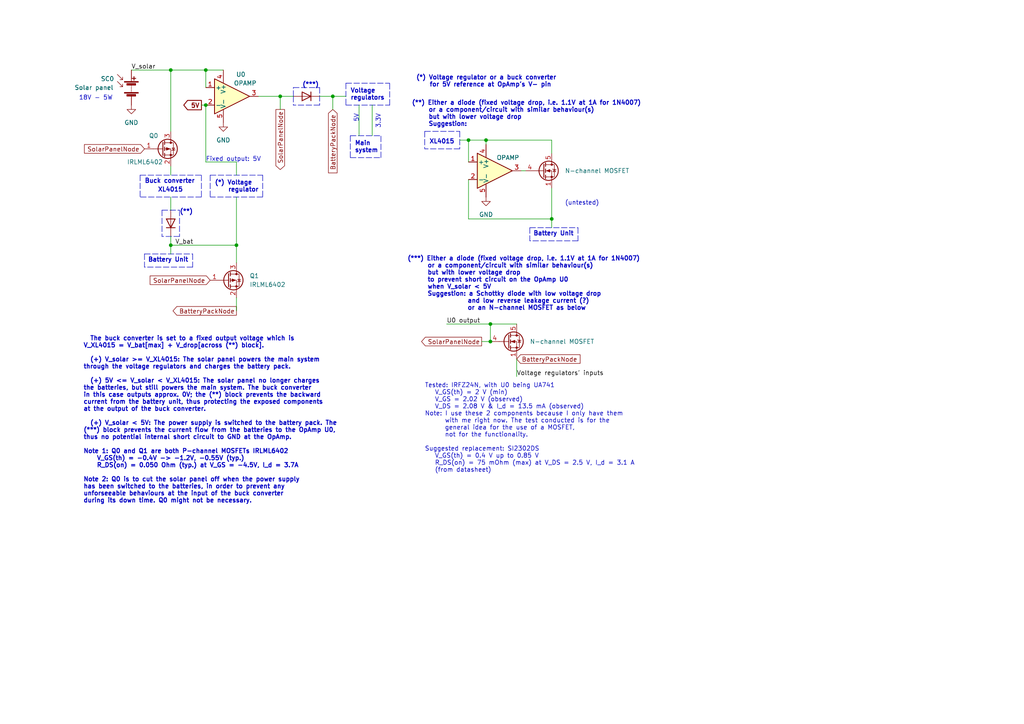
<source format=kicad_sch>
(kicad_sch (version 20211123) (generator eeschema)
  (paper "A4")
  (lib_symbols
    (symbol "Device:Solar_Cells" (pin_numbers hide) (pin_names (offset 0) hide)
      (property "Reference" "SC" (at 2.54 2.54 0))
      (property "Value" "Solar_Cells" (at 2.54 0 0))
      (symbol "Solar_Cells_0_1"
        (rectangle (start -2.032 -1.397) (end 2.032 -1.651) (fill (type outline)))
        (rectangle (start -2.032 1.778) (end 2.032 1.524) (fill (type outline)))
        (rectangle (start -1.3208 -1.9812) (end 1.27 -2.4892) (fill (type outline)))
        (rectangle (start -1.3208 1.1938) (end 1.27 0.6858) (fill (type outline)))
        (polyline (pts (xy -2.54 0.254) (xy -4.064 1.778)))
        (polyline (pts (xy -2.54 2.286) (xy -4.064 3.81)))
        (polyline (pts (xy 0 -1.524) (xy 0 -1.27)))
        (polyline (pts (xy 0 -1.016) (xy 0 -0.762)))
        (polyline (pts (xy 0 -0.508) (xy 0 -0.254)))
        (polyline (pts (xy 0 0) (xy 0 0.254)))
        (polyline (pts (xy 0 0.508) (xy 0 0.762)))
        (polyline (pts (xy 0 1.778) (xy 0 2.54)))
        (polyline (pts (xy 0.254 2.667) (xy 1.27 2.667)) (stroke (width 0.254)))
        (polyline (pts (xy 0.762 3.175) (xy 0.762 2.159)) (stroke (width 0.254)))
        (polyline (pts (xy -2.54 1.016) (xy -2.54 0.254) (xy -3.302 0.254)))
        (polyline (pts (xy -2.54 3.048) (xy -2.54 2.286) (xy -3.302 2.286)))
      )
      (symbol "Solar_Cells_1_1"
        (pin passive line (at 0 5.08 270) (length 2.54) (name "+") (number "1"))
        (pin passive line (at 0 -5.08 90) (length 2.54) (name "-") (number "2"))
      )
    )
    (symbol "Simulation_SPICE:DIODE" (pin_numbers hide) (pin_names (offset 1.016) hide)
      (property "Reference" "D" (at 0 2.54 0))
      (property "Value" "DIODE" (at 0 -2.54 0))
      (symbol "DIODE_0_1"
        (polyline (pts (xy 1.27 0) (xy -1.27 0)))
        (polyline (pts (xy 1.27 1.27) (xy 1.27 -1.27)) (stroke (width 0.254)))
        (polyline (pts (xy -1.27 -1.27) (xy -1.27 1.27) (xy 1.27 0) (xy -1.27 -1.27)) (stroke (width 0.254)))
      )
      (symbol "DIODE_1_1"
        (pin passive line (at -3.81 0 0) (length 2.54) (name "A") (number "1"))
        (pin passive line (at 3.81 0 180) (length 2.54) (name "K") (number "2"))
      )
    )
    (symbol "Transistor_FET:BUK7M6R3-40EX" (pin_names hide)
      (property "Reference" "Q" (at 5.08 1.905 0))
      (property "Value" "BUK7M6R3-40EX" (at 5.08 0 0))
      (symbol "BUK7M6R3-40EX_0_1"
        (polyline (pts (xy 0.254 0) (xy -2.54 0)))
        (polyline (pts (xy 0.254 1.905) (xy 0.254 -1.905)) (stroke (width 0.254)))
        (polyline (pts (xy 0.762 -1.27) (xy 0.762 -2.286)) (stroke (width 0.254)))
        (polyline (pts (xy 0.762 0.508) (xy 0.762 -0.508)) (stroke (width 0.254)))
        (polyline (pts (xy 0.762 2.286) (xy 0.762 1.27)) (stroke (width 0.254)))
        (polyline (pts (xy 2.54 2.54) (xy 2.54 1.778)))
        (polyline (pts (xy 2.54 -2.54) (xy 2.54 0) (xy 0.762 0)))
        (polyline (pts (xy 0.762 -1.778) (xy 3.302 -1.778) (xy 3.302 1.778) (xy 0.762 1.778)))
        (polyline (pts (xy 1.016 0) (xy 2.032 0.381) (xy 2.032 -0.381) (xy 1.016 0)) (fill (type outline)))
        (polyline (pts (xy 2.794 0.508) (xy 2.921 0.381) (xy 3.683 0.381) (xy 3.81 0.254)))
        (polyline (pts (xy 3.302 0.381) (xy 2.921 -0.254) (xy 3.683 -0.254) (xy 3.302 0.381)))
        (circle (center 1.651 0) (radius 2.794) (stroke (width 0.254)))
        (circle (center 2.54 -1.778) (radius 0.254) (fill (type outline)))
        (circle (center 2.54 1.778) (radius 0.254) (fill (type outline)))
      )
      (symbol "BUK7M6R3-40EX_1_1"
        (pin passive line (at 2.54 -5.08 90) (length 2.54) (name "S") (number "1"))
        (pin passive line (at 2.54 -5.08 90) (length 2.54) hide (name "S") (number "2"))
        (pin passive line (at 2.54 -5.08 90) (length 2.54) hide (name "S") (number "3"))
        (pin passive line (at -5.08 0 0) (length 2.54) (name "G") (number "4"))
        (pin passive line (at 2.54 5.08 270) (length 2.54) (name "D") (number "5"))
      )
    )
    (symbol "Transistor_FET:IRLML6402" (pin_names hide)
      (property "Reference" "Q" (at 5.08 1.905 0))
      (property "Value" "IRLML6402" (at 5.08 0 0))
      (symbol "IRLML6402_0_1"
        (polyline (pts (xy 0.254 0) (xy -2.54 0)))
        (polyline (pts (xy 0.254 1.905) (xy 0.254 -1.905)) (stroke (width 0.254)))
        (polyline (pts (xy 0.762 -1.27) (xy 0.762 -2.286)) (stroke (width 0.254)))
        (polyline (pts (xy 0.762 0.508) (xy 0.762 -0.508)) (stroke (width 0.254)))
        (polyline (pts (xy 0.762 2.286) (xy 0.762 1.27)) (stroke (width 0.254)))
        (polyline (pts (xy 2.54 2.54) (xy 2.54 1.778)))
        (polyline (pts (xy 2.54 -2.54) (xy 2.54 0) (xy 0.762 0)))
        (polyline (pts (xy 0.762 1.778) (xy 3.302 1.778) (xy 3.302 -1.778) (xy 0.762 -1.778)))
        (polyline (pts (xy 2.286 0) (xy 1.27 0.381) (xy 1.27 -0.381) (xy 2.286 0)) (fill (type outline)))
        (polyline (pts (xy 2.794 -0.508) (xy 2.921 -0.381) (xy 3.683 -0.381) (xy 3.81 -0.254)))
        (polyline (pts (xy 3.302 -0.381) (xy 2.921 0.254) (xy 3.683 0.254) (xy 3.302 -0.381)))
        (circle (center 1.651 0) (radius 2.794) (stroke (width 0.254)))
        (circle (center 2.54 -1.778) (radius 0.254) (fill (type outline)))
        (circle (center 2.54 1.778) (radius 0.254) (fill (type outline)))
      )
      (symbol "IRLML6402_1_1"
        (pin input line (at -5.08 0 0) (length 2.54) (name "G") (number "1"))
        (pin passive line (at 2.54 -5.08 90) (length 2.54) (name "S") (number "2"))
        (pin passive line (at 2.54 5.08 270) (length 2.54) (name "D") (number "3"))
      )
    )
    (symbol "power:GND" (power) (pin_names (offset 0))
      (property "Value" "GND" (at 0 -3.81 0))
      (symbol "GND_0_1"
        (polyline (pts (xy 0 0) (xy 0 -1.27) (xy 1.27 -1.27) (xy 0 -2.54) (xy -1.27 -1.27) (xy 0 -1.27)))
      )
      (symbol "GND_1_1"
        (pin power_in line (at 0 0 270) (length 0) hide (name "GND") (number "1"))
      )
    )
    (symbol "pspice:OPAMP" (pin_names (offset 0.254))
      (property "Reference" "U" (at 3.81 3.175 0))
      (property "Value" "OPAMP" (at 3.81 -3.175 0))
      (symbol "OPAMP_0_1"
        (polyline (pts (xy 5.08 0) (xy -5.08 5.08) (xy -5.08 -5.08) (xy 5.08 0)) (stroke (width 0.254)) (fill (type background)))
      )
      (symbol "OPAMP_1_1"
        (pin input line (at -7.62 2.54 0) (length 2.54) (name "+") (number "1"))
        (pin input line (at -7.62 -2.54 0) (length 2.54) (name "-") (number "2"))
        (pin output line (at 7.62 0 180) (length 2.54) (name "~") (number "3"))
        (pin power_in line (at -2.54 7.62 270) (length 3.81) (name "V+") (number "4"))
        (pin power_in line (at -2.54 -7.62 90) (length 3.81) (name "V-") (number "5"))
      )
    )
  )
  (junction (at 135.89 40.64))
  (junction (at 68.58 71.12))
  (junction (at 59.69 30.48))
  (junction (at 142.24 99.06))
  (junction (at 81.28 27.94))
  (junction (at 49.53 71.12))
  (junction (at 59.69 20.32))
  (junction (at 96.52 27.94))
  (junction (at 140.97 40.64))
  (junction (at 49.53 20.32))
  (junction (at 142.24 93.98))
  (junction (at 160.02 63.5))
  (wire (pts (xy 81.28 27.94) (xy 81.28 31.75)))
  (polyline (pts (xy 40.64 50.8) (xy 58.42 50.8)))
  (polyline (pts (xy 101.6 39.37) (xy 101.6 45.72)))
  (wire (pts (xy 149.86 104.14) (xy 149.86 109.22)))
  (wire (pts (xy 92.71 27.94) (xy 96.52 27.94)))
  (wire (pts (xy 135.89 40.64) (xy 135.89 46.99)))
  (wire (pts (xy 142.24 99.06) (xy 142.24 93.98)))
  (polyline (pts (xy 55.88 73.66) (xy 55.88 77.47)))
  (wire (pts (xy 133.35 40.64) (xy 135.89 40.64)))
  (wire (pts (xy 49.53 48.26) (xy 49.53 50.8)))
  (polyline (pts (xy 153.67 66.04) (xy 167.64 66.04)))
  (wire (pts (xy 135.89 40.64) (xy 140.97 40.64)))
  (wire (pts (xy 68.58 71.12) (xy 68.58 76.2)))
  (wire (pts (xy 104.14 30.48) (xy 104.14 39.37)))
  (wire (pts (xy 59.69 20.32) (xy 64.77 20.32)))
  (polyline (pts (xy 123.19 38.1) (xy 133.35 38.1)))
  (polyline (pts (xy 85.09 27.94) (xy 85.09 25.4)))
  (wire (pts (xy 59.69 46.99) (xy 68.58 46.99)))
  (polyline (pts (xy 60.96 50.8) (xy 76.2 50.8)))
  (wire (pts (xy 135.89 52.07) (xy 135.89 63.5)))
  (polyline (pts (xy 55.88 77.47) (xy 41.91 77.47)))
  (wire (pts (xy 74.93 27.94) (xy 81.28 27.94)))
  (wire (pts (xy 151.13 49.53) (xy 152.4 49.53)))
  (wire (pts (xy 59.69 30.48) (xy 59.69 46.99)))
  (polyline (pts (xy 110.49 45.72) (xy 110.49 39.37)))
  (polyline (pts (xy 100.33 30.48) (xy 113.03 30.48)))
  (polyline (pts (xy 85.09 25.4) (xy 92.71 25.4)))
  (polyline (pts (xy 92.71 30.48) (xy 85.09 30.48)))
  (wire (pts (xy 59.69 20.32) (xy 59.69 25.4)))
  (wire (pts (xy 107.95 30.48) (xy 107.95 39.37)))
  (polyline (pts (xy 113.03 30.48) (xy 113.03 24.13)))
  (wire (pts (xy 49.53 71.12) (xy 49.53 73.66)))
  (wire (pts (xy 96.52 27.94) (xy 96.52 31.75)))
  (polyline (pts (xy 60.96 50.8) (xy 60.96 57.15)))
  (wire (pts (xy 38.1 20.32) (xy 49.53 20.32)))
  (polyline (pts (xy 167.64 69.85) (xy 153.67 69.85)))
  (polyline (pts (xy 167.64 66.04) (xy 167.64 69.85)))
  (wire (pts (xy 68.58 57.15) (xy 68.58 71.12)))
  (polyline (pts (xy 101.6 45.72) (xy 110.49 45.72)))
  (wire (pts (xy 49.53 71.12) (xy 68.58 71.12)))
  (wire (pts (xy 140.97 41.91) (xy 140.97 40.64)))
  (wire (pts (xy 160.02 40.64) (xy 160.02 44.45)))
  (polyline (pts (xy 100.33 24.13) (xy 100.33 30.48)))
  (wire (pts (xy 49.53 20.32) (xy 59.69 20.32)))
  (wire (pts (xy 160.02 63.5) (xy 160.02 66.04)))
  (wire (pts (xy 129.54 93.98) (xy 142.24 93.98)))
  (polyline (pts (xy 101.6 39.37) (xy 110.49 39.37)))
  (polyline (pts (xy 52.07 68.58) (xy 46.99 68.58)))
  (polyline (pts (xy 58.42 57.15) (xy 40.64 57.15)))
  (wire (pts (xy 49.53 68.58) (xy 49.53 71.12)))
  (wire (pts (xy 140.97 40.64) (xy 160.02 40.64)))
  (wire (pts (xy 96.52 27.94) (xy 100.33 27.94)))
  (wire (pts (xy 160.02 54.61) (xy 160.02 63.5)))
  (polyline (pts (xy 85.09 27.94) (xy 85.09 30.48)))
  (wire (pts (xy 49.53 57.15) (xy 49.53 60.96)))
  (polyline (pts (xy 46.99 60.96) (xy 46.99 68.58)))
  (polyline (pts (xy 123.19 38.1) (xy 123.19 43.18)))
  (wire (pts (xy 135.89 63.5) (xy 160.02 63.5)))
  (wire (pts (xy 142.24 93.98) (xy 149.86 93.98)))
  (polyline (pts (xy 41.91 73.66) (xy 41.91 77.47)))
  (polyline (pts (xy 92.71 25.4) (xy 92.71 30.48)))
  (wire (pts (xy 139.7 99.06) (xy 142.24 99.06)))
  (polyline (pts (xy 76.2 50.8) (xy 76.2 57.15)))
  (polyline (pts (xy 52.07 60.96) (xy 52.07 68.58)))
  (wire (pts (xy 49.53 20.32) (xy 49.53 38.1)))
  (polyline (pts (xy 153.67 66.04) (xy 153.67 69.85)))
  (wire (pts (xy 81.28 27.94) (xy 85.09 27.94)))
  (wire (pts (xy 58.42 30.48) (xy 59.69 30.48)))
  (polyline (pts (xy 100.33 24.13) (xy 113.03 24.13)))
  (wire (pts (xy 68.58 46.99) (xy 68.58 50.8)))
  (polyline (pts (xy 133.35 38.1) (xy 133.35 43.18)))
  (polyline (pts (xy 133.35 43.18) (xy 123.19 43.18)))
  (polyline (pts (xy 76.2 57.15) (xy 60.96 57.15)))
  (wire (pts (xy 68.58 90.17) (xy 68.58 86.36)))
  (polyline (pts (xy 40.64 50.8) (xy 40.64 57.15)))
  (polyline (pts (xy 41.91 73.66) (xy 55.88 73.66)))
  (polyline (pts (xy 46.99 60.96) (xy 52.07 60.96)))
  (polyline (pts (xy 58.42 50.8) (xy 58.42 57.15)))
  (text " Battery Unit" (at 41.91 76.2 0) (effects (font (size 1.27 1.27) (thickness 0.254) bold) (justify left bottom)))
  (text "Fixed output: 5V" (at 59.69 46.99 0) (effects (font (size 1.27 1.27)) (justify left bottom)))
  (text "(untested)" (at 163.83 59.69 0) (effects (font (size 1.27 1.27)) (justify left bottom)))
  (text "(**) Either a diode (fixed voltage drop, i.e. 1.1V at 1A for 1N4007)\n     or a component/circuit with similar behaviour(s)\n     but with lower voltage drop\n     Suggestion:" (at 119.38 36.83 0) (effects (font (size 1.27 1.27) (thickness 0.254) bold) (justify left bottom)))
  (text "18V - 5W" (at 22.86 29.21 0) (effects (font (size 1.27 1.27)) (justify left bottom)))
  (text "XL4015" (at 45.72 55.88 0) (effects (font (size 1.27 1.27) (thickness 0.254) bold) (justify left bottom)))
  (text "(***)" (at 87.63 25.4 0) (effects (font (size 1.27 1.27) (thickness 0.254) bold) (justify left bottom)))
  (text "3.3V" (at 110.49 33.02 270) (effects (font (size 1.27 1.27)) (justify right bottom)))
  (text "5V" (at 104.14 33.02 270) (effects (font (size 1.27 1.27)) (justify right bottom)))
  (text "Voltage\nregulators" (at 101.6 29.21 0) (effects (font (size 1.27 1.27) (thickness 0.254) bold) (justify left bottom)))
  (text "  The buck converter is set to a fixed output voltage which is\nV_XL4015 = V_bat[max] + V_drop[across (**) block]. \n\n  (+) V_solar >= V_XL4015: The solar panel powers the main system\nthrough the voltage regulators and charges the battery pack.\n\n  (+) 5V <= V_solar < V_XL4015: The solar panel no longer charges\nthe batteries, but still powers the main system. The buck converter\nin this case outputs approx. 0V; the (**) block prevents the backward\ncurrent from the battery unit, thus protecting the exposed components\nat the output of the buck converter.\n\n  (+) V_solar < 5V: The power supply is switched to the battery pack. The\n(***) block prevents the current flow from the batteries to the OpAmp U0,\nthus no potential internal short circuit to GND at the OpAmp.\n\nNote 1: Q0 and Q1 are both P-channel MOSFETs IRLML6402\n    V_GS(th) = -0.4V -> -1.2V, -0.55V (typ.)\n    R_DS(on) = 0.050 Ohm (typ.) at V_GS = -4.5V, I_d = 3.7A\n\nNote 2: Q0 is to cut the solar panel off when the power supply \nhas been switched to the batteries, in order to prevent any \nunforseeable behaviours at the input of the buck converter\nduring its down time. Q0 might not be necessary." (at 24.13 146.05 0) (effects (font (size 1.27 1.27) (thickness 0.254) bold) (justify left bottom)))
  (text " Battery Unit" (at 153.67 68.58 0) (effects (font (size 1.27 1.27) (thickness 0.254) bold) (justify left bottom)))
  (text "Tested: IRFZ24N, with U0 being UA741\n   V_GS(th) = 2 V (min)\n   V_GS = 2.02 V (observed)\n   V_DS = 2.08 V & I_d = 13.5 mA (observed)\nNote: I use these 2 components because I only have them\n      with me right now. The test conducted is for the\n      general idea for the use of a MOSFET, \n      not for the functionality.\n\nSuggested replacement: SI2302DS\n   V_GS(th) = 0.4 V up to 0.85 V\n   R_DS(on) = 75 mOhm (max) at V_DS = 2.5 V, I_d = 3.1 A\n   (from datasheet)\n" (at 123.19 137.16 0) (effects (font (size 1.27 1.27)) (justify left bottom)))
  (text "Main \nsystem" (at 102.87 44.45 0) (effects (font (size 1.27 1.27) (thickness 0.254) bold) (justify left bottom)))
  (text "(**)" (at 52.07 62.23 0) (effects (font (size 1.27 1.27) (thickness 0.254) bold) (justify left bottom)))
  (text "(*) Voltage\n    regulator" (at 62.23 55.88 0) (effects (font (size 1.27 1.27) (thickness 0.254) bold) (justify left bottom)))
  (text "(***) Either a diode (fixed voltage drop, i.e. 1.1V at 1A for 1N4007)\n      or a component/circuit with similar behaviour(s)\n      but with lower voltage drop\n      to prevent short circuit on the OpAmp U0\n      when V_solar < 5V\n      Suggestion: a Schottky diode with low voltage drop\n                  and low reverse leakage current (?) \n                  or an N-channel MOSFET as below" (at 118.11 90.17 0) (effects (font (size 1.27 1.27) (thickness 0.254) bold) (justify left bottom)))
  (text "Buck converter" (at 41.91 53.34 0) (effects (font (size 1.27 1.27) (thickness 0.254) bold) (justify left bottom)))
  (text "(*) Voltage regulator or a buck converter \n    for 5V reference at OpAmp's V- pin" (at 120.65 25.4 0) (effects (font (size 1.27 1.27) (thickness 0.254) bold) (justify left bottom)))
  (text "XL4015" (at 124.46 41.91 0) (effects (font (size 1.27 1.27) (thickness 0.254) bold) (justify left bottom)))
  (label "Voltage regulators' inputs" (at 149.86 109.22 0))
  (label "V_solar" (at 38.1 20.32 0))
  (label "U0 output" (at 129.54 93.98 0))
  (label "V_bat" (at 50.8 71.12 0))
  (global_label "BatteryPackNode" (shape output) (at 68.58 90.17 180) (property "Intersheet References" "${INTERSHEET_REFS}" (effects hide)))
  (global_label "SolarPanelNode" (shape output) (at 81.28 31.75 270) (property "Intersheet References" "${INTERSHEET_REFS}" (effects hide)))
  (global_label "SolarPanelNode" (shape input) (at 41.91 43.18 180) (property "Intersheet References" "${INTERSHEET_REFS}" (effects hide)))
  (global_label "BatteryPackNode" (shape input) (at 96.52 31.75 270) (property "Intersheet References" "${INTERSHEET_REFS}" (effects hide)))
  (global_label "SolarPanelNode" (shape output) (at 139.7 99.06 180) (property "Intersheet References" "${INTERSHEET_REFS}" (effects hide)))
  (global_label "BatteryPackNode" (shape input) (at 149.86 104.14 0) (property "Intersheet References" "${INTERSHEET_REFS}" (effects hide)))
  (global_label "5V" (shape output) (at 58.42 30.48 180) (effects (font bold)) (property "Intersheet References" "${INTERSHEET_REFS}" (effects hide)))
  (global_label "SolarPanelNode" (shape input) (at 60.96 81.28 180) (property "Intersheet References" "${INTERSHEET_REFS}" (effects hide)))
  (symbol (lib_id "power:GND") (at 140.97 57.15 0) (unit 1)
    (property "Reference" "#PWR?" (effects hide))
    (property "Value" "GND" (at 140.97 62.23 0))
  )
  (symbol (lib_id "power:GND") (at 38.1 30.48 0) (unit 1)
    (property "Reference" "#PWR?" (effects hide))
    (property "Value" "GND" (at 38.1 35.56 0))
  )
  (symbol (lib_id "pspice:OPAMP") (at 67.31 27.94 0) (unit 1)
    (property "Reference" "U0" (at 69.85 21.59 0))
    (property "Value" "OPAMP" (at 71.12 24.13 0))
  )
  (symbol (lib_id "Transistor_FET:IRLML6402") (at 66.04 81.28 0) (unit 1)
    (property "Reference" "Q1" (at 72.39 80.0099 0) (effects (justify left)))
    (property "Value" "IRLML6402" (at 72.39 82.5499 0) (effects (justify left)))
    (property "Footprint" "Package_TO_SOT_SMD:SOT-23" (effects hide))
    (property "Datasheet" "https://www.infineon.com/dgdl/irlml6402pbf.pdf?fileId=5546d462533600a401535668d5c2263c" (effects hide))
  )
  (symbol (lib_id "Transistor_FET:IRLML6402") (at 46.99 43.18 0) (unit 1)
    (property "Reference" "Q0" (at 43.18 39.37 0) (effects (justify left)))
    (property "Value" "IRLML6402" (at 36.83 46.99 0) (effects (justify left)))
    (property "Footprint" "Package_TO_SOT_SMD:SOT-23" (effects hide))
    (property "Datasheet" "https://www.infineon.com/dgdl/irlml6402pbf.pdf?fileId=5546d462533600a401535668d5c2263c" (effects hide))
  )
  (symbol (lib_id "Transistor_FET:BUK7M6R3-40EX") (at 147.32 99.06 0) (unit 1)
    (property "Reference" "Q?" (effects hide))
    (property "Value" "N-channel MOSFET" (at 153.67 99.0599 0) (effects (justify left)))
    (property "Footprint" "Package_TO_SOT_SMD:LFPAK33" (effects hide))
    (property "Datasheet" "https://assets.nexperia.com/documents/data-sheet/BUK7M6R3-40E.pdf" (effects hide))
  )
  (symbol (lib_id "pspice:OPAMP") (at 143.51 49.53 0) (unit 1)
    (property "Reference" "U?" (effects hide))
    (property "Value" "OPAMP" (at 147.32 45.72 0))
  )
  (symbol (lib_id "Device:Solar_Cells") (at 38.1 25.4 0) (unit 1)
    (property "Reference" "SC0" (at 29.21 22.86 0) (effects (justify left)))
    (property "Value" "Solar panel" (at 21.59 25.4 0) (effects (justify left)))
  )
  (symbol (lib_id "Simulation_SPICE:DIODE") (at 49.53 64.77 270) (unit 1)
    (property "Reference" "D?" (effects hide))
    (property "Value" "DIODE" (effects hide))
    (property "Spice_Netlist_Enabled" "Y" (effects hide))
    (property "Spice_Primitive" "D" (effects hide))
  )
  (symbol (lib_id "Transistor_FET:BUK7M6R3-40EX") (at 157.48 49.53 0) (unit 1)
    (property "Reference" "Q?" (effects hide))
    (property "Value" "N-channel MOSFET" (at 163.83 49.5299 0) (effects (justify left)))
    (property "Footprint" "Package_TO_SOT_SMD:LFPAK33" (effects hide))
    (property "Datasheet" "https://assets.nexperia.com/documents/data-sheet/BUK7M6R3-40E.pdf" (effects hide))
  )
  (symbol (lib_id "power:GND") (at 64.77 35.56 0) (unit 1)
    (property "Reference" "#PWR?" (effects hide))
    (property "Value" "GND" (at 64.77 40.64 0))
  )
  (symbol (lib_id "Simulation_SPICE:DIODE") (at 88.9 27.94 0) (unit 1)
    (property "Reference" "D?" (effects hide))
    (property "Value" "DIODE" (effects hide))
    (property "Spice_Netlist_Enabled" "Y" (effects hide))
    (property "Spice_Primitive" "D" (effects hide))
  )
)
</source>
